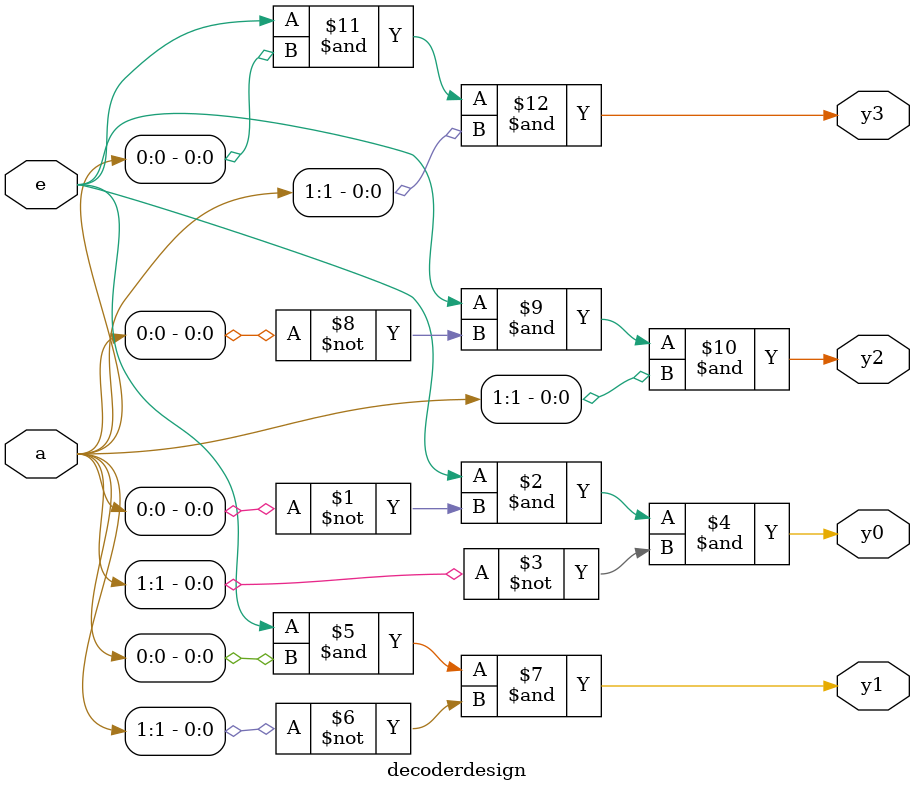
<source format=v>
module decoderdesign (a,e,y0,y1,y2,y3);
input [1:0] a;
// input[msb:lsb] variable_name
input e;
output y0,y1,y2,y3;
assign y0 = (e) & (~a[0]) & (~a[1]);
assign y1 = (e) & (a[0]) & (~a[1]);
assign y2 = (e) & (~a[0]) & (a[1]);
assign y3 = (e) & (a[0]) & (a[1]);
endmodule
</source>
